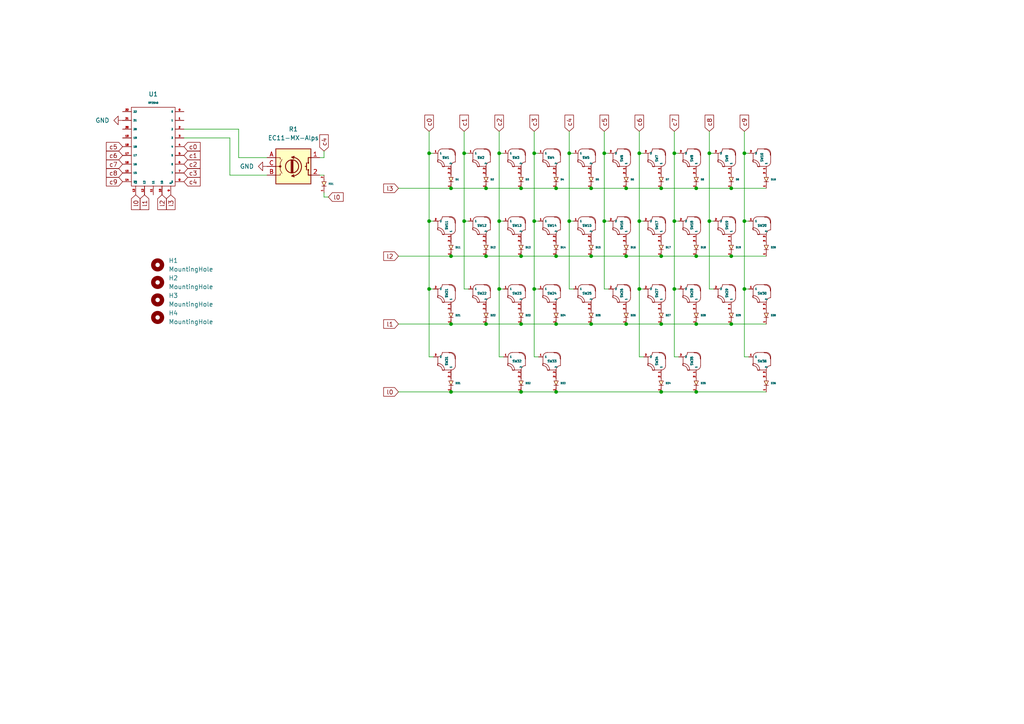
<source format=kicad_sch>
(kicad_sch (version 20211123) (generator eeschema)
  (paper "A4")
  (lib_symbols
    (symbol "Mechanical:MountingHole" (pin_names (offset 1.016))
      (property "Reference" "H" (at 0 5.08 0))
      (property "Value" "MountingHole" (at 0 3.175 0))
      (symbol "MountingHole_0_1"
        (circle (center 0 0) (radius 1.27) (stroke (width 1.27)))
      )
    )
    (symbol "keyb:Diode"
      (property "Reference" "D" (at -0.635 -1.27 0))
      (symbol "Diode_0_1"
        (polyline (pts (xy -1.27 0) (xy -0.635 0)))
        (polyline (pts (xy 0.635 0) (xy 1.27 0)))
        (polyline (pts (xy -0.635 0.635) (xy -0.635 -0.635) (xy -0.635 0)))
        (polyline (pts (xy -0.635 0) (xy 0.635 0.635) (xy 0.635 -0.635) (xy -0.635 0)) (fill (type background)))
      )
      (symbol "Diode_1_1"
        (pin bidirectional line (at -2.54 0 0) (length 1.27) (name "") (number "1"))
        (pin bidirectional line (at 2.54 0 180) (length 1.27) (name "") (number "2"))
      )
    )
    (symbol "keyb:EC11-MX-Alps" (pin_names (offset 0.254) hide)
      (property "Reference" "SW" (at 0 6.604 0))
      (property "Value" "EC11-MX-Alps" (at 0 -6.604 0))
      (symbol "EC11-MX-Alps_0_1"
        (rectangle (start -5.08 5.08) (end 5.08 -5.08) (stroke (width 0.254)) (fill (type background)))
        (circle (center -3.81 0) (radius 0.254) (fill (type outline)))
        (arc (start -0.381 -2.794) (mid 2.3622 -0.0508) (end -0.381 2.667) (stroke (width 0.254)))
        (circle (center -0.381 0) (radius 1.905) (stroke (width 0.254)))
        (polyline (pts (xy -0.635 -1.778) (xy -0.635 1.778)) (stroke (width 0.254)))
        (polyline (pts (xy -0.381 -1.778) (xy -0.381 1.778)) (stroke (width 0.254)))
        (polyline (pts (xy -0.127 1.778) (xy -0.127 -1.778)) (stroke (width 0.254)))
        (polyline (pts (xy 3.81 0) (xy 3.429 0)) (stroke (width 0.254)))
        (polyline (pts (xy 3.81 1.016) (xy 3.81 -1.016)) (stroke (width 0.254)))
        (polyline (pts (xy -5.08 -2.54) (xy -3.81 -2.54) (xy -3.81 -2.032)))
        (polyline (pts (xy -5.08 2.54) (xy -3.81 2.54) (xy -3.81 2.032)))
        (polyline (pts (xy 0.254 -3.048) (xy -0.508 -2.794) (xy 0.127 -2.413)) (stroke (width 0.254)))
        (polyline (pts (xy 0.254 2.921) (xy -0.508 2.667) (xy 0.127 2.286)) (stroke (width 0.254)))
        (polyline (pts (xy 5.08 -2.54) (xy 4.318 -2.54) (xy 4.318 -1.016)) (stroke (width 0.254)))
        (polyline (pts (xy 5.08 2.54) (xy 4.318 2.54) (xy 4.318 1.016)) (stroke (width 0.254)))
        (polyline (pts (xy -5.08 0) (xy -3.81 0) (xy -3.81 -1.016) (xy -3.302 -2.032)))
        (polyline (pts (xy -4.318 0) (xy -3.81 0) (xy -3.81 1.016) (xy -3.302 2.032)))
        (circle (center 4.318 -1.016) (radius 0.127) (stroke (width 0.254)))
        (circle (center 4.318 1.016) (radius 0.127) (stroke (width 0.254)))
      )
      (symbol "EC11-MX-Alps_1_1"
        (pin passive line (at 7.62 2.54 180) (length 2.54) (name "1") (number "1"))
        (pin passive line (at 7.62 -2.54 180) (length 2.54) (name "2") (number "2"))
        (pin passive line (at -7.62 2.54 0) (length 2.54) (name "A") (number "A"))
        (pin passive line (at -7.62 -2.54 0) (length 2.54) (name "B") (number "B"))
        (pin passive line (at -7.62 0 0) (length 2.54) (name "C") (number "C"))
      )
    )
    (symbol "keyb:RP2040"
      (property "Reference" "U" (at 0 1.27 0))
      (property "Value" "RP2040" (at 0 -2.54 0))
      (symbol "RP2040_0_1"
        (rectangle (start -6.35 11.43) (end 6.35 -11.43))
      )
      (symbol "RP2040_1_1"
        (pin bidirectional line (at 8.89 10.16 180) (length 2.54) (name "0") (number "0"))
        (pin bidirectional line (at 8.89 7.62 180) (length 2.54) (name "1") (number "1"))
        (pin bidirectional line (at 2.54 -13.97 90) (length 2.54) (name "10") (number "10"))
        (pin bidirectional line (at 0 -13.97 90) (length 2.54) (name "11") (number "11"))
        (pin bidirectional line (at -2.54 -13.97 90) (length 2.54) (name "12") (number "12"))
        (pin bidirectional line (at -5.08 -13.97 90) (length 2.54) (name "13") (number "13"))
        (pin bidirectional line (at -8.89 -10.16 0) (length 2.54) (name "14") (number "14"))
        (pin bidirectional line (at -8.89 -7.62 0) (length 2.54) (name "15") (number "15"))
        (pin bidirectional line (at -8.89 -5.08 0) (length 2.54) (name "16") (number "16"))
        (pin bidirectional line (at -8.89 -2.54 0) (length 2.54) (name "17") (number "17"))
        (pin bidirectional line (at -8.89 0 0) (length 2.54) (name "18") (number "18"))
        (pin bidirectional line (at -8.89 2.54 0) (length 2.54) (name "19") (number "19"))
        (pin bidirectional line (at 8.89 5.08 180) (length 2.54) (name "2") (number "2"))
        (pin bidirectional line (at -8.89 5.08 0) (length 2.54) (name "20") (number "20"))
        (pin bidirectional line (at -8.89 7.62 0) (length 2.54) (name "21") (number "21"))
        (pin bidirectional line (at -8.89 10.16 0) (length 2.54) (name "22") (number "22"))
        (pin bidirectional line (at 8.89 2.54 180) (length 2.54) (name "3") (number "3"))
        (pin bidirectional line (at 8.89 0 180) (length 2.54) (name "4") (number "4"))
        (pin bidirectional line (at 8.89 -2.54 180) (length 2.54) (name "5") (number "5"))
        (pin bidirectional line (at 8.89 -5.08 180) (length 2.54) (name "6") (number "6"))
        (pin bidirectional line (at 8.89 -7.62 180) (length 2.54) (name "7") (number "7"))
        (pin bidirectional line (at 8.89 -10.16 180) (length 2.54) (name "8") (number "8"))
        (pin bidirectional line (at 5.08 -13.97 90) (length 2.54) (name "9") (number "9"))
      )
    )
    (symbol "keyb:key"
      (property "Reference" "SW" (at 0 0 0))
      (symbol "key_0_1"
        (arc (start -2.54 -0.635) (mid -2.6715 -0.9525) (end -2.54 -1.27))
        (arc (start -1.27 -2.54) (mid -1.642 -1.642) (end -2.54 -1.27))
        (arc (start -1.27 -2.54) (mid -0.9525 -2.6715) (end -0.635 -2.54))
        (arc (start -1.27 2.54) (mid -2.168 2.168) (end -2.54 1.27))
        (arc (start -0.635 -2.54) (mid -1.1935 -1.1935) (end -2.54 -0.635))
        (polyline (pts (xy -2.54 -1.27) (xy -2.54 1.27)))
        (polyline (pts (xy -1.27 -2.54) (xy 1.27 -2.54)))
        (polyline (pts (xy 1.27 2.54) (xy -1.27 2.54)))
        (polyline (pts (xy 2.54 -1.27) (xy 2.54 1.27)))
        (arc (start 0.635 2.54) (mid 0.9525 1.7735) (end 1.27 2.54))
        (arc (start 2.54 -1.27) (mid 0.372 -0.372) (end 1.27 -2.54))
        (arc (start 2.54 0.635) (mid 3.887 3.887) (end 0.635 2.54))
        (arc (start 2.54 1.27) (mid 3.438 3.438) (end 1.27 2.54))
        (arc (start 2.54 1.27) (mid 1.7735 0.9525) (end 2.54 0.635))
      )
      (symbol "key_1_1"
        (pin bidirectional line (at -3.81 1.27 0) (length 1.27) (name "1") (number "1"))
        (pin bidirectional line (at 1.27 -3.81 90) (length 1.27) (name "2") (number "2"))
      )
    )
    (symbol "power:GND" (power) (pin_names (offset 0))
      (property "Value" "GND" (at 0 -3.81 0))
      (symbol "GND_0_1"
        (polyline (pts (xy 0 0) (xy 0 -1.27) (xy 1.27 -1.27) (xy 0 -2.54) (xy -1.27 -1.27) (xy 0 -1.27)))
      )
      (symbol "GND_1_1"
        (pin power_in line (at 0 0 270) (length 0) hide (name "GND") (number "1"))
      )
    )
  )
  (junction (at 215.9 44.45))
  (junction (at 144.78 44.45))
  (junction (at 181.61 93.98))
  (junction (at 130.81 113.665))
  (junction (at 140.97 54.61))
  (junction (at 191.77 113.665))
  (junction (at 161.29 113.665))
  (junction (at 175.26 44.45))
  (junction (at 171.45 93.98))
  (junction (at 215.9 64.135))
  (junction (at 201.93 74.295))
  (junction (at 151.13 93.98))
  (junction (at 124.46 83.82))
  (junction (at 154.94 64.135))
  (junction (at 205.74 64.135))
  (junction (at 165.1 44.45))
  (junction (at 191.77 54.61))
  (junction (at 181.61 54.61))
  (junction (at 130.81 93.98))
  (junction (at 201.93 93.98))
  (junction (at 140.97 74.295))
  (junction (at 140.97 93.98))
  (junction (at 171.45 74.295))
  (junction (at 191.77 93.98))
  (junction (at 161.29 74.295))
  (junction (at 191.77 74.295))
  (junction (at 134.62 44.45))
  (junction (at 212.09 74.295))
  (junction (at 144.78 64.135))
  (junction (at 154.94 44.45))
  (junction (at 195.58 44.45))
  (junction (at 151.13 54.61))
  (junction (at 144.78 83.82))
  (junction (at 171.45 54.61))
  (junction (at 195.58 64.135))
  (junction (at 185.42 44.45))
  (junction (at 195.58 83.82))
  (junction (at 151.13 74.295))
  (junction (at 161.29 93.98))
  (junction (at 201.93 54.61))
  (junction (at 181.61 74.295))
  (junction (at 161.29 54.61))
  (junction (at 130.81 54.61))
  (junction (at 134.62 64.135))
  (junction (at 201.93 113.665))
  (junction (at 165.1 64.135))
  (junction (at 124.46 64.135))
  (junction (at 215.9 83.82))
  (junction (at 185.42 83.82))
  (junction (at 151.13 113.665))
  (junction (at 175.26 64.135))
  (junction (at 212.09 54.61))
  (junction (at 185.42 64.135))
  (junction (at 205.74 44.45))
  (junction (at 212.09 93.98))
  (junction (at 154.94 83.82))
  (junction (at 130.81 74.295))
  (junction (at 124.46 44.45))
  (wire (pts (xy 175.26 38.1) (xy 175.26 44.45)))
  (wire (pts (xy 171.45 93.98) (xy 181.61 93.98)))
  (wire (pts (xy 140.97 54.61) (xy 151.13 54.61)))
  (wire (pts (xy 92.71 50.8) (xy 93.98 50.8)))
  (wire (pts (xy 215.9 44.45) (xy 217.17 44.45)))
  (wire (pts (xy 144.78 44.45) (xy 144.78 64.135)))
  (wire (pts (xy 175.26 44.45) (xy 175.26 64.135)))
  (wire (pts (xy 151.13 93.98) (xy 161.29 93.98)))
  (wire (pts (xy 181.61 93.98) (xy 191.77 93.98)))
  (wire (pts (xy 215.9 64.135) (xy 215.9 83.82)))
  (wire (pts (xy 151.13 54.61) (xy 161.29 54.61)))
  (wire (pts (xy 93.98 43.815) (xy 93.98 45.72)))
  (wire (pts (xy 161.29 54.61) (xy 171.45 54.61)))
  (wire (pts (xy 195.58 103.505) (xy 196.85 103.505)))
  (wire (pts (xy 69.215 45.72) (xy 77.47 45.72)))
  (wire (pts (xy 134.62 44.45) (xy 134.62 64.135)))
  (wire (pts (xy 154.94 64.135) (xy 154.94 83.82)))
  (wire (pts (xy 130.81 74.295) (xy 115.57 74.295)))
  (wire (pts (xy 181.61 54.61) (xy 191.77 54.61)))
  (wire (pts (xy 93.98 57.15) (xy 95.25 57.15)))
  (wire (pts (xy 205.74 64.135) (xy 207.01 64.135)))
  (wire (pts (xy 175.26 44.45) (xy 176.53 44.45)))
  (wire (pts (xy 212.09 93.98) (xy 222.25 93.98)))
  (wire (pts (xy 201.93 93.98) (xy 212.09 93.98)))
  (wire (pts (xy 161.29 93.98) (xy 171.45 93.98)))
  (wire (pts (xy 215.9 44.45) (xy 215.9 64.135)))
  (wire (pts (xy 154.94 103.505) (xy 156.21 103.505)))
  (wire (pts (xy 165.1 38.1) (xy 165.1 44.45)))
  (wire (pts (xy 161.29 74.295) (xy 151.13 74.295)))
  (wire (pts (xy 53.34 40.005) (xy 66.675 40.005)))
  (wire (pts (xy 154.94 44.45) (xy 154.94 64.135)))
  (wire (pts (xy 151.13 113.665) (xy 161.29 113.665)))
  (wire (pts (xy 185.42 64.135) (xy 186.69 64.135)))
  (wire (pts (xy 212.09 54.61) (xy 222.25 54.61)))
  (wire (pts (xy 201.93 54.61) (xy 212.09 54.61)))
  (wire (pts (xy 92.71 45.72) (xy 93.98 45.72)))
  (wire (pts (xy 165.1 83.82) (xy 166.37 83.82)))
  (wire (pts (xy 144.78 83.82) (xy 146.05 83.82)))
  (wire (pts (xy 77.47 50.8) (xy 66.675 50.8)))
  (wire (pts (xy 201.93 113.665) (xy 222.25 113.665)))
  (wire (pts (xy 175.26 64.135) (xy 176.53 64.135)))
  (wire (pts (xy 195.58 38.1) (xy 195.58 44.45)))
  (wire (pts (xy 130.81 54.61) (xy 140.97 54.61)))
  (wire (pts (xy 205.74 83.82) (xy 207.01 83.82)))
  (wire (pts (xy 195.58 64.135) (xy 196.85 64.135)))
  (wire (pts (xy 124.46 64.135) (xy 124.46 83.82)))
  (wire (pts (xy 175.26 64.135) (xy 175.26 83.82)))
  (wire (pts (xy 215.9 103.505) (xy 217.17 103.505)))
  (wire (pts (xy 215.9 64.135) (xy 217.17 64.135)))
  (wire (pts (xy 140.97 93.98) (xy 151.13 93.98)))
  (wire (pts (xy 195.58 44.45) (xy 195.58 64.135)))
  (wire (pts (xy 215.9 83.82) (xy 215.9 103.505)))
  (wire (pts (xy 69.215 45.72) (xy 69.215 37.465)))
  (wire (pts (xy 175.26 83.82) (xy 176.53 83.82)))
  (wire (pts (xy 66.675 50.8) (xy 66.675 40.005)))
  (wire (pts (xy 171.45 54.61) (xy 181.61 54.61)))
  (wire (pts (xy 124.46 64.135) (xy 125.73 64.135)))
  (wire (pts (xy 130.81 113.665) (xy 151.13 113.665)))
  (wire (pts (xy 124.46 38.1) (xy 124.46 44.45)))
  (wire (pts (xy 185.42 44.45) (xy 186.69 44.45)))
  (wire (pts (xy 215.9 83.82) (xy 217.17 83.82)))
  (wire (pts (xy 124.46 83.82) (xy 125.73 83.82)))
  (wire (pts (xy 140.97 74.295) (xy 130.81 74.295)))
  (wire (pts (xy 134.62 64.135) (xy 135.89 64.135)))
  (wire (pts (xy 205.74 44.45) (xy 207.01 44.45)))
  (wire (pts (xy 144.78 103.505) (xy 146.05 103.505)))
  (wire (pts (xy 144.78 38.1) (xy 144.78 44.45)))
  (wire (pts (xy 171.45 74.295) (xy 161.29 74.295)))
  (wire (pts (xy 185.42 38.1) (xy 185.42 44.45)))
  (wire (pts (xy 205.74 44.45) (xy 205.74 64.135)))
  (wire (pts (xy 165.1 64.135) (xy 166.37 64.135)))
  (wire (pts (xy 205.74 38.1) (xy 205.74 44.45)))
  (wire (pts (xy 201.93 74.295) (xy 191.77 74.295)))
  (wire (pts (xy 115.57 113.665) (xy 130.81 113.665)))
  (wire (pts (xy 215.9 38.1) (xy 215.9 44.45)))
  (wire (pts (xy 134.62 83.82) (xy 135.89 83.82)))
  (wire (pts (xy 154.94 83.82) (xy 156.21 83.82)))
  (wire (pts (xy 185.42 44.45) (xy 185.42 64.135)))
  (wire (pts (xy 53.34 37.465) (xy 69.215 37.465)))
  (wire (pts (xy 134.62 44.45) (xy 135.89 44.45)))
  (wire (pts (xy 124.46 44.45) (xy 124.46 64.135)))
  (wire (pts (xy 130.81 93.98) (xy 115.57 93.98)))
  (wire (pts (xy 185.42 83.82) (xy 186.69 83.82)))
  (wire (pts (xy 124.46 103.505) (xy 125.73 103.505)))
  (wire (pts (xy 115.57 54.61) (xy 130.81 54.61)))
  (wire (pts (xy 191.77 74.295) (xy 181.61 74.295)))
  (wire (pts (xy 134.62 64.135) (xy 134.62 83.82)))
  (wire (pts (xy 195.58 83.82) (xy 195.58 103.505)))
  (wire (pts (xy 191.77 113.665) (xy 201.93 113.665)))
  (wire (pts (xy 144.78 44.45) (xy 146.05 44.45)))
  (wire (pts (xy 154.94 83.82) (xy 154.94 103.505)))
  (wire (pts (xy 134.62 38.1) (xy 134.62 44.45)))
  (wire (pts (xy 205.74 64.135) (xy 205.74 83.82)))
  (wire (pts (xy 195.58 64.135) (xy 195.58 83.82)))
  (wire (pts (xy 144.78 64.135) (xy 146.05 64.135)))
  (wire (pts (xy 195.58 83.82) (xy 196.85 83.82)))
  (wire (pts (xy 151.13 74.295) (xy 140.97 74.295)))
  (wire (pts (xy 195.58 44.45) (xy 196.85 44.45)))
  (wire (pts (xy 124.46 44.45) (xy 125.73 44.45)))
  (wire (pts (xy 185.42 64.135) (xy 185.42 83.82)))
  (wire (pts (xy 185.42 103.505) (xy 186.69 103.505)))
  (wire (pts (xy 165.1 44.45) (xy 166.37 44.45)))
  (wire (pts (xy 212.09 74.295) (xy 201.93 74.295)))
  (wire (pts (xy 161.29 113.665) (xy 191.77 113.665)))
  (wire (pts (xy 185.42 83.82) (xy 185.42 103.505)))
  (wire (pts (xy 124.46 83.82) (xy 124.46 103.505)))
  (wire (pts (xy 181.61 74.295) (xy 171.45 74.295)))
  (wire (pts (xy 140.97 93.98) (xy 130.81 93.98)))
  (wire (pts (xy 191.77 93.98) (xy 201.93 93.98)))
  (wire (pts (xy 93.98 55.88) (xy 93.98 57.15)))
  (wire (pts (xy 154.94 64.135) (xy 156.21 64.135)))
  (wire (pts (xy 165.1 44.45) (xy 165.1 64.135)))
  (wire (pts (xy 165.1 64.135) (xy 165.1 83.82)))
  (wire (pts (xy 154.94 38.1) (xy 154.94 44.45)))
  (wire (pts (xy 191.77 54.61) (xy 201.93 54.61)))
  (wire (pts (xy 144.78 64.135) (xy 144.78 83.82)))
  (wire (pts (xy 222.25 74.295) (xy 212.09 74.295)))
  (wire (pts (xy 144.78 83.82) (xy 144.78 103.505)))
  (wire (pts (xy 154.94 44.45) (xy 156.21 44.45)))
  (global_label "c4" (shape input) (at 165.1 38.1 90) (property "Références Inter-Feuilles" "${INTERSHEET_REFS}" (effects hide)))
  (global_label "c6" (shape input) (at 35.56 45.085 180) (property "Références Inter-Feuilles" "${INTERSHEET_REFS}" (effects hide)))
  (global_label "c1" (shape input) (at 134.62 38.1 90) (property "Références Inter-Feuilles" "${INTERSHEET_REFS}" (effects hide)))
  (global_label "c7" (shape input) (at 35.56 47.625 180) (property "Références Inter-Feuilles" "${INTERSHEET_REFS}" (effects hide)))
  (global_label "l3" (shape input) (at 115.57 54.61 180) (property "Références Inter-Feuilles" "${INTERSHEET_REFS}" (effects hide)))
  (global_label "l0" (shape input) (at 95.25 57.15 0) (property "Références Inter-Feuilles" "${INTERSHEET_REFS}" (effects hide)))
  (global_label "c8" (shape input) (at 35.56 50.165 180) (property "Références Inter-Feuilles" "${INTERSHEET_REFS}" (effects hide)))
  (global_label "c7" (shape input) (at 195.58 38.1 90) (property "Références Inter-Feuilles" "${INTERSHEET_REFS}" (effects hide)))
  (global_label "l0" (shape input) (at 115.57 113.665 180) (property "Références Inter-Feuilles" "${INTERSHEET_REFS}" (effects hide)))
  (global_label "c2" (shape input) (at 53.34 47.625 0) (property "Références Inter-Feuilles" "${INTERSHEET_REFS}" (effects hide)))
  (global_label "c9" (shape input) (at 35.56 52.705 180) (property "Références Inter-Feuilles" "${INTERSHEET_REFS}" (effects hide)))
  (global_label "c0" (shape input) (at 53.34 42.545 0) (property "Références Inter-Feuilles" "${INTERSHEET_REFS}" (effects hide)))
  (global_label "c5" (shape input) (at 175.26 38.1 90) (property "Références Inter-Feuilles" "${INTERSHEET_REFS}" (effects hide)))
  (global_label "l0" (shape input) (at 39.37 56.515 270) (property "Références Inter-Feuilles" "${INTERSHEET_REFS}" (effects hide)))
  (global_label "l1" (shape input) (at 115.57 93.98 180) (property "Références Inter-Feuilles" "${INTERSHEET_REFS}" (effects hide)))
  (global_label "c4" (shape input) (at 53.34 52.705 0) (property "Références Inter-Feuilles" "${INTERSHEET_REFS}" (effects hide)))
  (global_label "c0" (shape input) (at 124.46 38.1 90) (property "Références Inter-Feuilles" "${INTERSHEET_REFS}" (effects hide)))
  (global_label "c6" (shape input) (at 185.42 38.1 90) (property "Références Inter-Feuilles" "${INTERSHEET_REFS}" (effects hide)))
  (global_label "l1" (shape input) (at 41.91 56.515 270) (property "Références Inter-Feuilles" "${INTERSHEET_REFS}" (effects hide)))
  (global_label "l3" (shape input) (at 49.53 56.515 270) (property "Références Inter-Feuilles" "${INTERSHEET_REFS}" (effects hide)))
  (global_label "l2" (shape input) (at 115.57 74.295 180) (property "Références Inter-Feuilles" "${INTERSHEET_REFS}" (effects hide)))
  (global_label "c9" (shape input) (at 215.9 38.1 90) (property "Références Inter-Feuilles" "${INTERSHEET_REFS}" (effects hide)))
  (global_label "c8" (shape input) (at 205.74 38.1 90) (property "Références Inter-Feuilles" "${INTERSHEET_REFS}" (effects hide)))
  (global_label "c5" (shape input) (at 35.56 42.545 180) (property "Références Inter-Feuilles" "${INTERSHEET_REFS}" (effects hide)))
  (global_label "c3" (shape input) (at 154.94 38.1 90) (property "Références Inter-Feuilles" "${INTERSHEET_REFS}" (effects hide)))
  (global_label "c4" (shape input) (at 93.98 43.815 90) (property "Références Inter-Feuilles" "${INTERSHEET_REFS}" (effects hide)))
  (global_label "c3" (shape input) (at 53.34 50.165 0) (property "Références Inter-Feuilles" "${INTERSHEET_REFS}" (effects hide)))
  (global_label "c2" (shape input) (at 144.78 38.1 90) (property "Références Inter-Feuilles" "${INTERSHEET_REFS}" (effects hide)))
  (global_label "c1" (shape input) (at 53.34 45.085 0) (property "Références Inter-Feuilles" "${INTERSHEET_REFS}" (effects hide)))
  (global_label "l2" (shape input) (at 46.99 56.515 270) (property "Références Inter-Feuilles" "${INTERSHEET_REFS}" (effects hide)))
  (symbol (lib_id "Mechanical:MountingHole") (at 45.72 76.835 0) (unit 1)
    (property "Reference" "H1" (at 48.895 75.5649 0) (effects (justify left)))
    (property "Value" "MountingHole" (at 48.895 78.1049 0) (effects (justify left)))
    (property "Footprint" "MountingHole:MountingHole_2.2mm_M2" (effects hide))
  )
  (symbol (lib_id "keyb:key") (at 170.18 85.09 0) (unit 1)
    (property "Reference" "SW25" (at 168.91 85.09 0) (effects (font (size 0.65 0.65)) (justify left)))
    (property "Value" "key" (effects hide))
    (property "Footprint" "keyb-libs:MX-5pin" (effects hide))
  )
  (symbol (lib_id "keyb:key") (at 139.7 45.72 0) (unit 1)
    (property "Reference" "SW2" (at 138.43 45.72 0) (effects (font (size 0.65 0.65)) (justify left)))
    (property "Value" "key" (effects hide))
    (property "Footprint" "keyb-libs:MX-5pin" (effects hide))
  )
  (symbol (lib_id "keyb:Diode") (at 140.97 91.44 90) (unit 1)
    (property "Reference" "D22" (at 142.24 91.44 90) (effects (font (size 0.5 0.5)) (justify right)))
    (property "Value" "Diode" (effects hide))
    (property "Footprint" "keyb-libs:Diode" (effects hide))
  )
  (symbol (lib_id "keyb:key") (at 190.5 104.775 270) (mirror x) (unit 1)
    (property "Reference" "SW34" (at 190.5 106.045 0) (effects (font (size 0.65 0.65)) (justify left)))
    (property "Value" "key" (effects hide))
    (property "Footprint" "keyb-libs:MX-5pin_stab" (effects hide))
  )
  (symbol (lib_id "keyb:Diode") (at 140.97 52.07 90) (unit 1)
    (property "Reference" "D2" (at 142.24 52.07 90) (effects (font (size 0.5 0.5)) (justify right)))
    (property "Value" "Diode" (effects hide))
    (property "Footprint" "keyb-libs:Diode" (effects hide))
  )
  (symbol (lib_id "keyb:Diode") (at 171.45 71.755 90) (unit 1)
    (property "Reference" "D15" (at 172.72 71.755 90) (effects (font (size 0.5 0.5)) (justify right)))
    (property "Value" "Diode" (effects hide))
    (property "Footprint" "keyb-libs:Diode" (effects hide))
  )
  (symbol (lib_id "keyb:Diode") (at 201.93 111.125 90) (unit 1)
    (property "Reference" "D35" (at 203.2 111.125 90) (effects (font (size 0.5 0.5)) (justify right)))
    (property "Value" "Diode" (effects hide))
    (property "Footprint" "keyb-libs:Diode" (effects hide))
  )
  (symbol (lib_id "keyb:Diode") (at 130.81 71.755 90) (unit 1)
    (property "Reference" "D11" (at 132.08 71.755 90) (effects (font (size 0.5 0.5)) (justify right)))
    (property "Value" "Diode" (effects hide))
    (property "Footprint" "keyb-libs:Diode" (effects hide))
  )
  (symbol (lib_id "keyb:Diode") (at 212.09 52.07 90) (unit 1)
    (property "Reference" "D9" (at 213.36 52.07 90) (effects (font (size 0.5 0.5)) (justify right)))
    (property "Value" "Diode" (effects hide))
    (property "Footprint" "keyb-libs:Diode" (effects hide))
  )
  (symbol (lib_id "keyb:Diode") (at 222.25 71.755 90) (unit 1)
    (property "Reference" "D20" (at 223.52 71.755 90) (effects (font (size 0.5 0.5)) (justify right)))
    (property "Value" "Diode" (effects hide))
    (property "Footprint" "keyb-libs:Diode" (effects hide))
  )
  (symbol (lib_id "keyb:key") (at 160.02 45.72 0) (unit 1)
    (property "Reference" "SW4" (at 158.75 45.72 0) (effects (font (size 0.65 0.65)) (justify left)))
    (property "Value" "key" (effects hide))
    (property "Footprint" "keyb-libs:MX-5pin" (effects hide))
  )
  (symbol (lib_id "keyb:key") (at 170.18 45.72 0) (unit 1)
    (property "Reference" "SW5" (at 168.91 45.72 0) (effects (font (size 0.65 0.65)) (justify left)))
    (property "Value" "key" (effects hide))
    (property "Footprint" "keyb-libs:MX-5pin" (effects hide))
  )
  (symbol (lib_id "keyb:Diode") (at 222.25 91.44 90) (unit 1)
    (property "Reference" "D30" (at 223.52 91.44 90) (effects (font (size 0.5 0.5)) (justify right)))
    (property "Value" "Diode" (effects hide))
    (property "Footprint" "keyb-libs:Diode" (effects hide))
  )
  (symbol (lib_id "keyb:Diode") (at 140.97 71.755 90) (unit 1)
    (property "Reference" "D12" (at 142.24 71.755 90) (effects (font (size 0.5 0.5)) (justify right)))
    (property "Value" "Diode" (effects hide))
    (property "Footprint" "keyb-libs:Diode" (effects hide))
  )
  (symbol (lib_id "keyb:Diode") (at 161.29 91.44 90) (unit 1)
    (property "Reference" "D24" (at 162.56 91.44 90) (effects (font (size 0.5 0.5)) (justify right)))
    (property "Value" "Diode" (effects hide))
    (property "Footprint" "keyb-libs:Diode" (effects hide))
  )
  (symbol (lib_id "Mechanical:MountingHole") (at 45.72 81.915 0) (unit 1)
    (property "Reference" "H2" (at 48.895 80.6449 0) (effects (justify left)))
    (property "Value" "MountingHole" (at 48.895 83.1849 0) (effects (justify left)))
    (property "Footprint" "MountingHole:MountingHole_2.2mm_M2" (effects hide))
  )
  (symbol (lib_id "keyb:key") (at 220.98 65.405 0) (unit 1)
    (property "Reference" "SW20" (at 219.71 65.405 0) (effects (font (size 0.65 0.65)) (justify left)))
    (property "Value" "key" (effects hide))
    (property "Footprint" "keyb-libs:MX-5pin" (effects hide))
  )
  (symbol (lib_id "keyb:key") (at 200.66 85.09 270) (mirror x) (unit 1)
    (property "Reference" "SW28" (at 200.66 86.36 0) (effects (font (size 0.65 0.65)) (justify left)))
    (property "Value" "key" (effects hide))
    (property "Footprint" "keyb-libs:MX-5pin" (effects hide))
  )
  (symbol (lib_id "keyb:key") (at 180.34 65.405 270) (mirror x) (unit 1)
    (property "Reference" "SW16" (at 180.34 66.675 0) (effects (font (size 0.65 0.65)) (justify left)))
    (property "Value" "key" (effects hide))
    (property "Footprint" "keyb-libs:MX-5pin" (effects hide))
  )
  (symbol (lib_id "keyb:Diode") (at 93.98 53.34 90) (unit 1)
    (property "Reference" "RD1" (at 95.25 53.34 90) (effects (font (size 0.5 0.5)) (justify right)))
    (property "Value" "Diode" (effects hide))
    (property "Footprint" "keyb-libs:Diode" (effects hide))
  )
  (symbol (lib_id "keyb:Diode") (at 222.25 111.125 90) (unit 1)
    (property "Reference" "D36" (at 223.52 111.125 90) (effects (font (size 0.5 0.5)) (justify right)))
    (property "Value" "Diode" (effects hide))
    (property "Footprint" "keyb-libs:Diode" (effects hide))
  )
  (symbol (lib_id "keyb:key") (at 180.34 85.09 270) (mirror x) (unit 1)
    (property "Reference" "SW26" (at 180.34 86.36 0) (effects (font (size 0.65 0.65)) (justify left)))
    (property "Value" "key" (effects hide))
    (property "Footprint" "keyb-libs:MX-5pin" (effects hide))
  )
  (symbol (lib_id "keyb:key") (at 149.86 85.09 0) (unit 1)
    (property "Reference" "SW23" (at 148.59 85.09 0) (effects (font (size 0.65 0.65)) (justify left)))
    (property "Value" "key" (effects hide))
    (property "Footprint" "keyb-libs:MX-5pin" (effects hide))
  )
  (symbol (lib_id "keyb:Diode") (at 130.81 91.44 90) (unit 1)
    (property "Reference" "D21" (at 132.08 91.44 90) (effects (font (size 0.5 0.5)) (justify right)))
    (property "Value" "Diode" (effects hide))
    (property "Footprint" "keyb-libs:Diode" (effects hide))
  )
  (symbol (lib_id "keyb:key") (at 149.86 104.775 0) (unit 1)
    (property "Reference" "SW32" (at 148.59 104.775 0) (effects (font (size 0.65 0.65)) (justify left)))
    (property "Value" "key" (effects hide))
    (property "Footprint" "keyb-libs:MX-5pin" (effects hide))
  )
  (symbol (lib_id "keyb:key") (at 139.7 65.405 0) (unit 1)
    (property "Reference" "SW12" (at 138.43 65.405 0) (effects (font (size 0.65 0.65)) (justify left)))
    (property "Value" "key" (effects hide))
    (property "Footprint" "keyb-libs:MX-5pin" (effects hide))
  )
  (symbol (lib_id "keyb:key") (at 200.66 65.405 270) (mirror x) (unit 1)
    (property "Reference" "SW18" (at 200.66 66.675 0) (effects (font (size 0.65 0.65)) (justify left)))
    (property "Value" "key" (effects hide))
    (property "Footprint" "keyb-libs:MX-5pin" (effects hide))
  )
  (symbol (lib_id "keyb:Diode") (at 201.93 52.07 90) (unit 1)
    (property "Reference" "D8" (at 203.2 52.07 90) (effects (font (size 0.5 0.5)) (justify right)))
    (property "Value" "Diode" (effects hide))
    (property "Footprint" "keyb-libs:Diode" (effects hide))
  )
  (symbol (lib_id "keyb:EC11-MX-Alps") (at 85.09 48.26 0) (unit 1)
    (property "Reference" "R1" (at 85.09 37.465 0))
    (property "Value" "EC11-MX-Alps" (at 85.09 40.005 0))
    (property "Footprint" "keyb-libs:RotaryEncoder_EC11" (effects hide))
  )
  (symbol (lib_id "keyb:Diode") (at 191.77 52.07 90) (unit 1)
    (property "Reference" "D7" (at 193.04 52.07 90) (effects (font (size 0.5 0.5)) (justify right)))
    (property "Value" "Diode" (effects hide))
    (property "Footprint" "keyb-libs:Diode" (effects hide))
  )
  (symbol (lib_id "keyb:Diode") (at 191.77 71.755 90) (unit 1)
    (property "Reference" "D17" (at 193.04 71.755 90) (effects (font (size 0.5 0.5)) (justify right)))
    (property "Value" "Diode" (effects hide))
    (property "Footprint" "keyb-libs:Diode" (effects hide))
  )
  (symbol (lib_id "keyb:Diode") (at 171.45 52.07 90) (unit 1)
    (property "Reference" "D5" (at 172.72 52.07 90) (effects (font (size 0.5 0.5)) (justify right)))
    (property "Value" "Diode" (effects hide))
    (property "Footprint" "keyb-libs:Diode" (effects hide))
  )
  (symbol (lib_id "keyb:key") (at 210.82 65.405 270) (mirror x) (unit 1)
    (property "Reference" "SW19" (at 210.82 66.675 0) (effects (font (size 0.65 0.65)) (justify left)))
    (property "Value" "key" (effects hide))
    (property "Footprint" "keyb-libs:MX-5pin" (effects hide))
  )
  (symbol (lib_id "keyb:Diode") (at 191.77 111.125 90) (unit 1)
    (property "Reference" "D34" (at 193.04 111.125 90) (effects (font (size 0.5 0.5)) (justify right)))
    (property "Value" "Diode" (effects hide))
    (property "Footprint" "keyb-libs:Diode" (effects hide))
  )
  (symbol (lib_id "keyb:key") (at 129.54 85.09 270) (mirror x) (unit 1)
    (property "Reference" "SW21" (at 129.54 86.36 0) (effects (font (size 0.65 0.65)) (justify left)))
    (property "Value" "key" (effects hide))
    (property "Footprint" "keyb-libs:MX-5pin" (effects hide))
  )
  (symbol (lib_id "keyb:Diode") (at 181.61 91.44 90) (unit 1)
    (property "Reference" "D26" (at 182.88 91.44 90) (effects (font (size 0.5 0.5)) (justify right)))
    (property "Value" "Diode" (effects hide))
    (property "Footprint" "keyb-libs:Diode" (effects hide))
  )
  (symbol (lib_id "keyb:key") (at 129.54 104.775 270) (mirror x) (unit 1)
    (property "Reference" "SW31" (at 129.54 106.045 0) (effects (font (size 0.65 0.65)) (justify left)))
    (property "Value" "key" (effects hide))
    (property "Footprint" "keyb-libs:MX-5pin" (effects hide))
  )
  (symbol (lib_id "keyb:Diode") (at 161.29 111.125 90) (unit 1)
    (property "Reference" "D33" (at 162.56 111.125 90) (effects (font (size 0.5 0.5)) (justify right)))
    (property "Value" "Diode" (effects hide))
    (property "Footprint" "keyb-libs:Diode" (effects hide))
  )
  (symbol (lib_id "keyb:Diode") (at 171.45 91.44 90) (unit 1)
    (property "Reference" "D25" (at 172.72 91.44 90) (effects (font (size 0.5 0.5)) (justify right)))
    (property "Value" "Diode" (effects hide))
    (property "Footprint" "keyb-libs:Diode" (effects hide))
  )
  (symbol (lib_id "keyb:Diode") (at 151.13 111.125 90) (unit 1)
    (property "Reference" "D32" (at 152.4 111.125 90) (effects (font (size 0.5 0.5)) (justify right)))
    (property "Value" "Diode" (effects hide))
    (property "Footprint" "keyb-libs:Diode" (effects hide))
  )
  (symbol (lib_id "Mechanical:MountingHole") (at 45.72 86.995 0) (unit 1)
    (property "Reference" "H3" (at 48.895 85.7249 0) (effects (justify left)))
    (property "Value" "MountingHole" (at 48.895 88.2649 0) (effects (justify left)))
    (property "Footprint" "MountingHole:MountingHole_2.2mm_M2" (effects hide))
  )
  (symbol (lib_id "keyb:key") (at 170.18 65.405 0) (unit 1)
    (property "Reference" "SW15" (at 168.91 65.405 0) (effects (font (size 0.65 0.65)) (justify left)))
    (property "Value" "key" (effects hide))
    (property "Footprint" "keyb-libs:MX-5pin" (effects hide))
  )
  (symbol (lib_id "keyb:key") (at 160.02 104.775 0) (unit 1)
    (property "Reference" "SW33" (at 158.75 104.775 0) (effects (font (size 0.65 0.65)) (justify left)))
    (property "Value" "key" (effects hide))
    (property "Footprint" "keyb-libs:MX-5pin_stab" (effects hide))
  )
  (symbol (lib_id "keyb:Diode") (at 151.13 91.44 90) (unit 1)
    (property "Reference" "D23" (at 152.4 91.44 90) (effects (font (size 0.5 0.5)) (justify right)))
    (property "Value" "Diode" (effects hide))
    (property "Footprint" "keyb-libs:Diode" (effects hide))
  )
  (symbol (lib_id "keyb:key") (at 160.02 65.405 0) (unit 1)
    (property "Reference" "SW14" (at 158.75 65.405 0) (effects (font (size 0.65 0.65)) (justify left)))
    (property "Value" "key" (effects hide))
    (property "Footprint" "keyb-libs:MX-5pin" (effects hide))
  )
  (symbol (lib_id "keyb:Diode") (at 201.93 71.755 90) (unit 1)
    (property "Reference" "D18" (at 203.2 71.755 90) (effects (font (size 0.5 0.5)) (justify right)))
    (property "Value" "Diode" (effects hide))
    (property "Footprint" "keyb-libs:Diode" (effects hide))
  )
  (symbol (lib_id "keyb:key") (at 190.5 45.72 270) (mirror x) (unit 1)
    (property "Reference" "SW7" (at 190.5 46.99 0) (effects (font (size 0.65 0.65)) (justify left)))
    (property "Value" "key" (effects hide))
    (property "Footprint" "keyb-libs:MX-5pin" (effects hide))
  )
  (symbol (lib_id "keyb:key") (at 220.98 85.09 0) (unit 1)
    (property "Reference" "SW30" (at 219.71 85.09 0) (effects (font (size 0.65 0.65)) (justify left)))
    (property "Value" "key" (effects hide))
    (property "Footprint" "keyb-libs:MX-5pin" (effects hide))
  )
  (symbol (lib_id "keyb:Diode") (at 181.61 71.755 90) (unit 1)
    (property "Reference" "D16" (at 182.88 71.755 90) (effects (font (size 0.5 0.5)) (justify right)))
    (property "Value" "Diode" (effects hide))
    (property "Footprint" "keyb-libs:Diode" (effects hide))
  )
  (symbol (lib_id "keyb:Diode") (at 191.77 91.44 90) (unit 1)
    (property "Reference" "D27" (at 193.04 91.44 90) (effects (font (size 0.5 0.5)) (justify right)))
    (property "Value" "Diode" (effects hide))
    (property "Footprint" "keyb-libs:Diode" (effects hide))
  )
  (symbol (lib_id "keyb:key") (at 190.5 65.405 270) (mirror x) (unit 1)
    (property "Reference" "SW17" (at 190.5 66.675 0) (effects (font (size 0.65 0.65)) (justify left)))
    (property "Value" "key" (effects hide))
    (property "Footprint" "keyb-libs:MX-5pin" (effects hide))
  )
  (symbol (lib_id "keyb:key") (at 200.66 104.775 270) (mirror x) (unit 1)
    (property "Reference" "SW35" (at 200.66 106.045 0) (effects (font (size 0.65 0.65)) (justify left)))
    (property "Value" "key" (effects hide))
    (property "Footprint" "keyb-libs:MX-5pin" (effects hide))
  )
  (symbol (lib_id "keyb:key") (at 210.82 85.09 270) (mirror x) (unit 1)
    (property "Reference" "SW29" (at 210.82 86.36 0) (effects (font (size 0.65 0.65)) (justify left)))
    (property "Value" "key" (effects hide))
    (property "Footprint" "keyb-libs:MX-5pin" (effects hide))
  )
  (symbol (lib_id "Mechanical:MountingHole") (at 45.72 92.075 0) (unit 1)
    (property "Reference" "H4" (at 48.895 90.8049 0) (effects (justify left)))
    (property "Value" "MountingHole" (at 48.895 93.3449 0) (effects (justify left)))
    (property "Footprint" "MountingHole:MountingHole_2.2mm_M2" (effects hide))
  )
  (symbol (lib_id "keyb:Diode") (at 161.29 71.755 90) (unit 1)
    (property "Reference" "D14" (at 162.56 71.755 90) (effects (font (size 0.5 0.5)) (justify right)))
    (property "Value" "Diode" (effects hide))
    (property "Footprint" "keyb-libs:Diode" (effects hide))
  )
  (symbol (lib_id "keyb:Diode") (at 161.29 52.07 90) (unit 1)
    (property "Reference" "D4" (at 162.56 52.07 90) (effects (font (size 0.5 0.5)) (justify right)))
    (property "Value" "Diode" (effects hide))
    (property "Footprint" "keyb-libs:Diode" (effects hide))
  )
  (symbol (lib_id "keyb:key") (at 149.86 45.72 0) (unit 1)
    (property "Reference" "SW3" (at 148.59 45.72 0) (effects (font (size 0.65 0.65)) (justify left)))
    (property "Value" "key" (effects hide))
    (property "Footprint" "keyb-libs:MX-5pin" (effects hide))
  )
  (symbol (lib_id "keyb:Diode") (at 181.61 52.07 90) (unit 1)
    (property "Reference" "D6" (at 182.88 52.07 90) (effects (font (size 0.5 0.5)) (justify right)))
    (property "Value" "Diode" (effects hide))
    (property "Footprint" "keyb-libs:Diode" (effects hide))
  )
  (symbol (lib_id "keyb:key") (at 149.86 65.405 0) (unit 1)
    (property "Reference" "SW13" (at 148.59 65.405 0) (effects (font (size 0.65 0.65)) (justify left)))
    (property "Value" "key" (effects hide))
    (property "Footprint" "keyb-libs:MX-5pin" (effects hide))
  )
  (symbol (lib_id "keyb:key") (at 180.34 45.72 270) (mirror x) (unit 1)
    (property "Reference" "SW6" (at 180.34 46.99 0) (effects (font (size 0.65 0.65)) (justify left)))
    (property "Value" "key" (effects hide))
    (property "Footprint" "keyb-libs:MX-5pin" (effects hide))
  )
  (symbol (lib_id "power:GND") (at 35.56 34.925 270) (unit 1)
    (property "Reference" "#PWR01" (effects hide))
    (property "Value" "GND" (at 31.75 34.9249 90) (effects (justify right)))
  )
  (symbol (lib_id "keyb:Diode") (at 212.09 71.755 90) (unit 1)
    (property "Reference" "D19" (at 213.36 71.755 90) (effects (font (size 0.5 0.5)) (justify right)))
    (property "Value" "Diode" (effects hide))
    (property "Footprint" "keyb-libs:Diode" (effects hide))
  )
  (symbol (lib_id "keyb:key") (at 129.54 45.72 0) (unit 1)
    (property "Reference" "SW1" (at 128.27 45.72 0) (effects (font (size 0.65 0.65)) (justify left)))
    (property "Value" "key" (effects hide))
    (property "Footprint" "keyb-libs:MX-5pin" (effects hide))
  )
  (symbol (lib_id "keyb:key") (at 200.66 45.72 270) (mirror x) (unit 1)
    (property "Reference" "SW8" (at 200.66 46.99 0) (effects (font (size 0.65 0.65)) (justify left)))
    (property "Value" "key" (effects hide))
    (property "Footprint" "keyb-libs:MX-5pin" (effects hide))
  )
  (symbol (lib_id "keyb:key") (at 220.98 45.72 270) (mirror x) (unit 1)
    (property "Reference" "SW10" (at 220.98 46.99 0) (effects (font (size 0.65 0.65)) (justify left)))
    (property "Value" "key" (effects hide))
    (property "Footprint" "keyb-libs:MX-5pin" (effects hide))
  )
  (symbol (lib_id "keyb:Diode") (at 151.13 52.07 90) (unit 1)
    (property "Reference" "D3" (at 152.4 52.07 90) (effects (font (size 0.5 0.5)) (justify right)))
    (property "Value" "Diode" (effects hide))
    (property "Footprint" "keyb-libs:Diode" (effects hide))
  )
  (symbol (lib_id "keyb:RP2040") (at 44.45 42.545 0) (unit 1)
    (property "Reference" "U1" (at 44.45 27.305 0))
    (property "Value" "RP2040" (at 44.45 29.845 0) (effects (font (size 0.5 0.5))))
    (property "Footprint" "keyb-libs:RP2040" (effects hide))
  )
  (symbol (lib_id "keyb:key") (at 190.5 85.09 270) (mirror x) (unit 1)
    (property "Reference" "SW27" (at 190.5 86.36 0) (effects (font (size 0.65 0.65)) (justify left)))
    (property "Value" "key" (effects hide))
    (property "Footprint" "keyb-libs:MX-5pin" (effects hide))
  )
  (symbol (lib_id "keyb:key") (at 220.98 104.775 0) (unit 1)
    (property "Reference" "SW36" (at 219.71 104.775 0) (effects (font (size 0.65 0.65)) (justify left)))
    (property "Value" "key" (effects hide))
    (property "Footprint" "keyb-libs:MX-5pin" (effects hide))
  )
  (symbol (lib_id "keyb:key") (at 129.54 65.405 270) (mirror x) (unit 1)
    (property "Reference" "SW11" (at 129.54 66.675 0) (effects (font (size 0.65 0.65)) (justify left)))
    (property "Value" "key" (effects hide))
    (property "Footprint" "keyb-libs:MX-5pin" (effects hide))
  )
  (symbol (lib_id "keyb:Diode") (at 212.09 91.44 90) (unit 1)
    (property "Reference" "D29" (at 213.36 91.44 90) (effects (font (size 0.5 0.5)) (justify right)))
    (property "Value" "Diode" (effects hide))
    (property "Footprint" "keyb-libs:Diode" (effects hide))
  )
  (symbol (lib_id "keyb:Diode") (at 130.81 52.07 90) (unit 1)
    (property "Reference" "D1" (at 132.08 52.07 90) (effects (font (size 0.5 0.5)) (justify right)))
    (property "Value" "Diode" (effects hide))
    (property "Footprint" "keyb-libs:Diode" (effects hide))
  )
  (symbol (lib_id "keyb:key") (at 160.02 85.09 0) (unit 1)
    (property "Reference" "SW24" (at 158.75 85.09 0) (effects (font (size 0.65 0.65)) (justify left)))
    (property "Value" "key" (effects hide))
    (property "Footprint" "keyb-libs:MX-5pin" (effects hide))
  )
  (symbol (lib_id "power:GND") (at 77.47 48.26 270) (unit 1)
    (property "Reference" "#PWR02" (effects hide))
    (property "Value" "GND" (at 73.66 48.2599 90) (effects (justify right)))
  )
  (symbol (lib_id "keyb:key") (at 210.82 45.72 270) (mirror x) (unit 1)
    (property "Reference" "SW9" (at 210.82 46.99 0) (effects (font (size 0.65 0.65)) (justify left)))
    (property "Value" "key" (effects hide))
    (property "Footprint" "keyb-libs:MX-5pin" (effects hide))
  )
  (symbol (lib_id "keyb:Diode") (at 201.93 91.44 90) (unit 1)
    (property "Reference" "D28" (at 203.2 91.44 90) (effects (font (size 0.5 0.5)) (justify right)))
    (property "Value" "Diode" (effects hide))
    (property "Footprint" "keyb-libs:Diode" (effects hide))
  )
  (symbol (lib_id "keyb:Diode") (at 130.81 111.125 90) (unit 1)
    (property "Reference" "D31" (at 132.08 111.125 90) (effects (font (size 0.5 0.5)) (justify right)))
    (property "Value" "Diode" (effects hide))
    (property "Footprint" "keyb-libs:Diode" (effects hide))
  )
  (symbol (lib_id "keyb:key") (at 139.7 85.09 0) (unit 1)
    (property "Reference" "SW22" (at 138.43 85.09 0) (effects (font (size 0.65 0.65)) (justify left)))
    (property "Value" "key" (effects hide))
    (property "Footprint" "keyb-libs:MX-5pin" (effects hide))
  )
  (symbol (lib_id "keyb:Diode") (at 151.13 71.755 90) (unit 1)
    (property "Reference" "D13" (at 152.4 71.755 90) (effects (font (size 0.5 0.5)) (justify right)))
    (property "Value" "Diode" (effects hide))
    (property "Footprint" "keyb-libs:Diode" (effects hide))
  )
  (symbol (lib_id "keyb:Diode") (at 222.25 52.07 90) (unit 1)
    (property "Reference" "D10" (at 223.52 52.07 90) (effects (font (size 0.5 0.5)) (justify right)))
    (property "Value" "Diode" (effects hide))
    (property "Footprint" "keyb-libs:Diode" (effects hide))
  )
)
</source>
